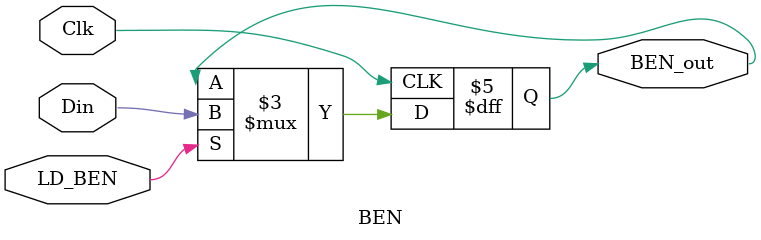
<source format=sv>
module BEN (
						input logic Din, 
						input logic LD_BEN, Clk, 
						
						output logic BEN_out);
						
						
				always_ff @ (posedge Clk) begin
					if (LD_BEN) begin
						BEN_out <= Din;
					end
					
					else begin
						BEN_out <= BEN_out;
					end
				end
				
endmodule

</source>
